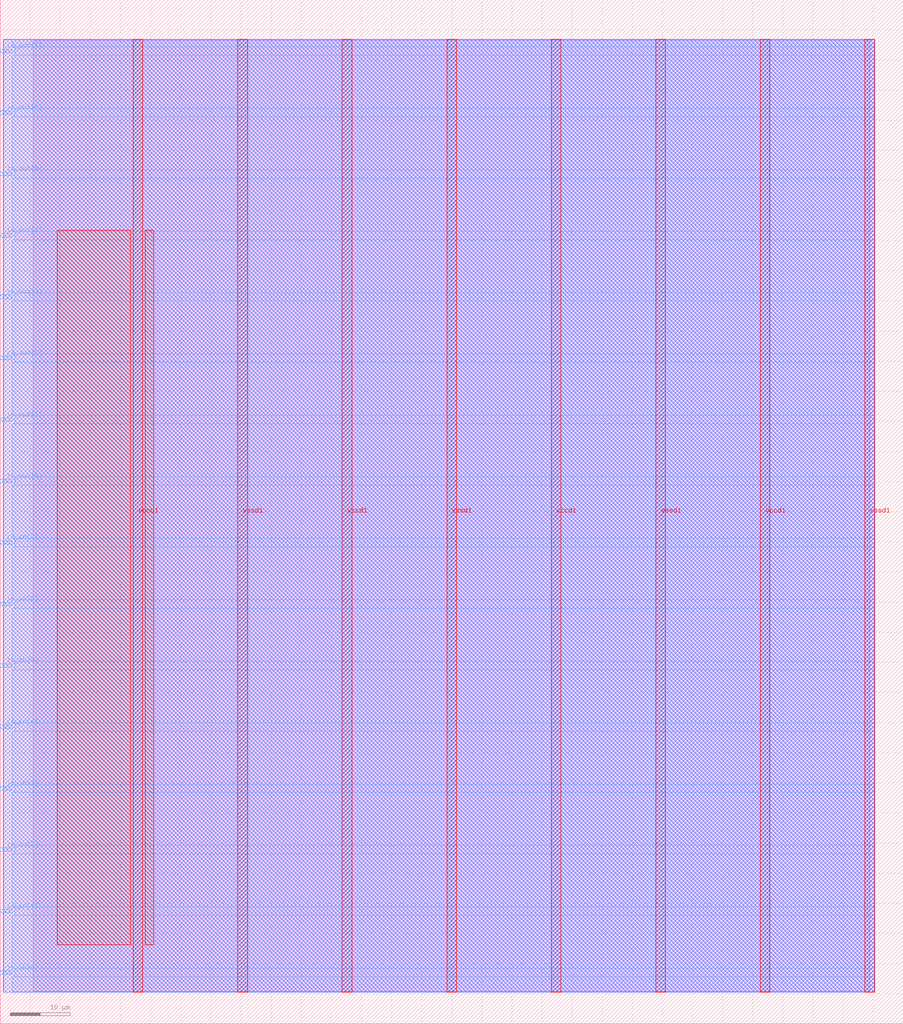
<source format=lef>
VERSION 5.7 ;
  NOWIREEXTENSIONATPIN ON ;
  DIVIDERCHAR "/" ;
  BUSBITCHARS "[]" ;
MACRO user_module_349011320806310484
  CLASS BLOCK ;
  FOREIGN user_module_349011320806310484 ;
  ORIGIN 0.000 0.000 ;
  SIZE 150.000 BY 170.000 ;
  PIN io_in[0]
    DIRECTION INPUT ;
    USE SIGNAL ;
    PORT
      LAYER met3 ;
        RECT 0.000 8.200 2.000 8.800 ;
    END
  END io_in[0]
  PIN io_in[1]
    DIRECTION INPUT ;
    USE SIGNAL ;
    PORT
      LAYER met3 ;
        RECT 0.000 18.400 2.000 19.000 ;
    END
  END io_in[1]
  PIN io_in[2]
    DIRECTION INPUT ;
    USE SIGNAL ;
    PORT
      LAYER met3 ;
        RECT 0.000 28.600 2.000 29.200 ;
    END
  END io_in[2]
  PIN io_in[3]
    DIRECTION INPUT ;
    USE SIGNAL ;
    PORT
      LAYER met3 ;
        RECT 0.000 38.800 2.000 39.400 ;
    END
  END io_in[3]
  PIN io_in[4]
    DIRECTION INPUT ;
    USE SIGNAL ;
    PORT
      LAYER met3 ;
        RECT 0.000 49.000 2.000 49.600 ;
    END
  END io_in[4]
  PIN io_in[5]
    DIRECTION INPUT ;
    USE SIGNAL ;
    PORT
      LAYER met3 ;
        RECT 0.000 59.200 2.000 59.800 ;
    END
  END io_in[5]
  PIN io_in[6]
    DIRECTION INPUT ;
    USE SIGNAL ;
    PORT
      LAYER met3 ;
        RECT 0.000 69.400 2.000 70.000 ;
    END
  END io_in[6]
  PIN io_in[7]
    DIRECTION INPUT ;
    USE SIGNAL ;
    PORT
      LAYER met3 ;
        RECT 0.000 79.600 2.000 80.200 ;
    END
  END io_in[7]
  PIN io_out[0]
    DIRECTION OUTPUT TRISTATE ;
    USE SIGNAL ;
    PORT
      LAYER met3 ;
        RECT 0.000 89.800 2.000 90.400 ;
    END
  END io_out[0]
  PIN io_out[1]
    DIRECTION OUTPUT TRISTATE ;
    USE SIGNAL ;
    PORT
      LAYER met3 ;
        RECT 0.000 100.000 2.000 100.600 ;
    END
  END io_out[1]
  PIN io_out[2]
    DIRECTION OUTPUT TRISTATE ;
    USE SIGNAL ;
    PORT
      LAYER met3 ;
        RECT 0.000 110.200 2.000 110.800 ;
    END
  END io_out[2]
  PIN io_out[3]
    DIRECTION OUTPUT TRISTATE ;
    USE SIGNAL ;
    PORT
      LAYER met3 ;
        RECT 0.000 120.400 2.000 121.000 ;
    END
  END io_out[3]
  PIN io_out[4]
    DIRECTION OUTPUT TRISTATE ;
    USE SIGNAL ;
    PORT
      LAYER met3 ;
        RECT 0.000 130.600 2.000 131.200 ;
    END
  END io_out[4]
  PIN io_out[5]
    DIRECTION OUTPUT TRISTATE ;
    USE SIGNAL ;
    PORT
      LAYER met3 ;
        RECT 0.000 140.800 2.000 141.400 ;
    END
  END io_out[5]
  PIN io_out[6]
    DIRECTION OUTPUT TRISTATE ;
    USE SIGNAL ;
    PORT
      LAYER met3 ;
        RECT 0.000 151.000 2.000 151.600 ;
    END
  END io_out[6]
  PIN io_out[7]
    DIRECTION OUTPUT TRISTATE ;
    USE SIGNAL ;
    PORT
      LAYER met3 ;
        RECT 0.000 161.200 2.000 161.800 ;
    END
  END io_out[7]
  PIN vccd1
    DIRECTION INOUT ;
    USE POWER ;
    PORT
      LAYER met4 ;
        RECT 22.085 5.200 23.685 163.440 ;
    END
    PORT
      LAYER met4 ;
        RECT 56.815 5.200 58.415 163.440 ;
    END
    PORT
      LAYER met4 ;
        RECT 91.545 5.200 93.145 163.440 ;
    END
    PORT
      LAYER met4 ;
        RECT 126.275 5.200 127.875 163.440 ;
    END
  END vccd1
  PIN vssd1
    DIRECTION INOUT ;
    USE GROUND ;
    PORT
      LAYER met4 ;
        RECT 39.450 5.200 41.050 163.440 ;
    END
    PORT
      LAYER met4 ;
        RECT 74.180 5.200 75.780 163.440 ;
    END
    PORT
      LAYER met4 ;
        RECT 108.910 5.200 110.510 163.440 ;
    END
    PORT
      LAYER met4 ;
        RECT 143.640 5.200 145.240 163.440 ;
    END
  END vssd1
  OBS
      LAYER li1 ;
        RECT 5.520 5.355 144.440 163.285 ;
      LAYER met1 ;
        RECT 0.530 5.200 145.240 163.440 ;
      LAYER met2 ;
        RECT 0.560 5.255 145.210 163.385 ;
      LAYER met3 ;
        RECT 2.000 162.200 145.230 163.365 ;
        RECT 2.400 160.800 145.230 162.200 ;
        RECT 2.000 152.000 145.230 160.800 ;
        RECT 2.400 150.600 145.230 152.000 ;
        RECT 2.000 141.800 145.230 150.600 ;
        RECT 2.400 140.400 145.230 141.800 ;
        RECT 2.000 131.600 145.230 140.400 ;
        RECT 2.400 130.200 145.230 131.600 ;
        RECT 2.000 121.400 145.230 130.200 ;
        RECT 2.400 120.000 145.230 121.400 ;
        RECT 2.000 111.200 145.230 120.000 ;
        RECT 2.400 109.800 145.230 111.200 ;
        RECT 2.000 101.000 145.230 109.800 ;
        RECT 2.400 99.600 145.230 101.000 ;
        RECT 2.000 90.800 145.230 99.600 ;
        RECT 2.400 89.400 145.230 90.800 ;
        RECT 2.000 80.600 145.230 89.400 ;
        RECT 2.400 79.200 145.230 80.600 ;
        RECT 2.000 70.400 145.230 79.200 ;
        RECT 2.400 69.000 145.230 70.400 ;
        RECT 2.000 60.200 145.230 69.000 ;
        RECT 2.400 58.800 145.230 60.200 ;
        RECT 2.000 50.000 145.230 58.800 ;
        RECT 2.400 48.600 145.230 50.000 ;
        RECT 2.000 39.800 145.230 48.600 ;
        RECT 2.400 38.400 145.230 39.800 ;
        RECT 2.000 29.600 145.230 38.400 ;
        RECT 2.400 28.200 145.230 29.600 ;
        RECT 2.000 19.400 145.230 28.200 ;
        RECT 2.400 18.000 145.230 19.400 ;
        RECT 2.000 9.200 145.230 18.000 ;
        RECT 2.400 7.800 145.230 9.200 ;
        RECT 2.000 5.275 145.230 7.800 ;
      LAYER met4 ;
        RECT 9.495 13.095 21.685 131.745 ;
        RECT 24.085 13.095 25.465 131.745 ;
  END
END user_module_349011320806310484
END LIBRARY


</source>
